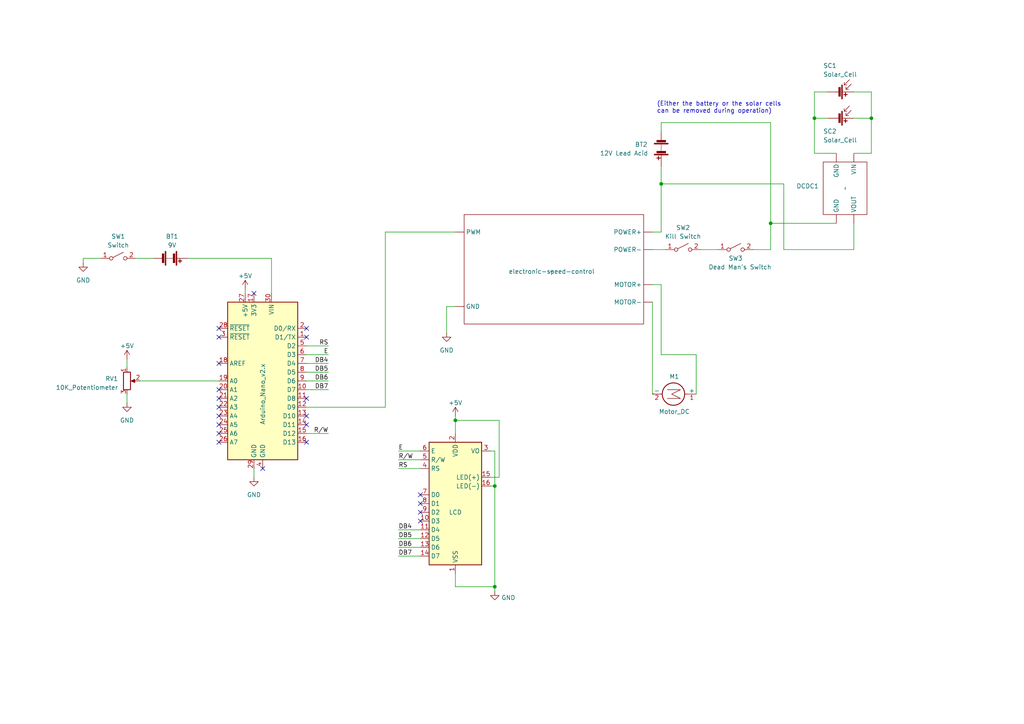
<source format=kicad_sch>
(kicad_sch (version 20230121) (generator eeschema)
  (paper "A4")
  (title_block (title "Solar Boat Electronics") (date "2023-04-01") (rev "5") (company "Created by Ethan Cheng") (comment 1 "or send a letter to Creative Commons, PO Box 1866, Mountain View, CA 94042, USA.") (comment 2 "http://creativecommons.org/licenses/by-sa/4.0/") (comment 3 "License. To view a copy of this license, visit ") (comment 4 "This work is licensed under the Creative Commons Attribution-ShareAlike 4.0 International"))
  (lib_symbols
    (symbol "Device:Battery" (pin_numbers hide) (pin_names (offset 0) hide)
      (property "Reference" "BT" (at 2.54 2.54 0))
      (property "Value" "Battery" (at 2.54 0 0))
      (symbol "Battery_0_1"
        (rectangle (start -2.032 -1.397) (end 2.032 -1.651) (fill (type outline)))
        (rectangle (start -2.032 1.778) (end 2.032 1.524) (fill (type outline)))
        (rectangle (start -1.3208 -1.9812) (end 1.27 -2.4892) (fill (type outline)))
        (rectangle (start -1.3208 1.1938) (end 1.27 0.6858) (fill (type outline)))
        (polyline (pts (xy 0 -1.524) (xy 0 -1.27)))
        (polyline (pts (xy 0 -1.016) (xy 0 -0.762)))
        (polyline (pts (xy 0 -0.508) (xy 0 -0.254)))
        (polyline (pts (xy 0 0) (xy 0 0.254)))
        (polyline (pts (xy 0 0.508) (xy 0 0.762)))
        (polyline (pts (xy 0 1.778) (xy 0 2.54)))
        (polyline (pts (xy 0.254 2.667) (xy 1.27 2.667)) (stroke (width 0.254)))
        (polyline (pts (xy 0.762 3.175) (xy 0.762 2.159)) (stroke (width 0.254)))
      )
      (symbol "Battery_1_1"
        (pin passive line (at 0 5.08 270) (length 2.54) (name "+") (number "1"))
        (pin passive line (at 0 -5.08 90) (length 2.54) (name "-") (number "2"))
      )
    )
    (symbol "Device:R_Potentiometer" (pin_names (offset 1.016) hide)
      (property "Reference" "RV" (at -4.445 0 90))
      (property "Value" "R_Potentiometer" (at -2.54 0 90))
      (symbol "R_Potentiometer_0_1"
        (polyline (pts (xy 2.54 0) (xy 1.524 0)))
        (polyline (pts (xy 1.143 0) (xy 2.286 0.508) (xy 2.286 -0.508) (xy 1.143 0)) (fill (type outline)))
        (rectangle (start 1.016 2.54) (end -1.016 -2.54) (stroke (width 0.254)))
      )
      (symbol "R_Potentiometer_1_1"
        (pin passive line (at 0 3.81 270) (length 1.27) (name "1") (number "1"))
        (pin passive line (at 3.81 0 180) (length 1.27) (name "2") (number "2"))
        (pin passive line (at 0 -3.81 90) (length 1.27) (name "3") (number "3"))
      )
    )
    (symbol "Device:Solar_Cell" (pin_numbers hide) (pin_names (offset 0) hide)
      (property "Reference" "SC" (at 2.54 2.54 0))
      (property "Value" "Solar_Cell" (at 2.54 0 0))
      (symbol "Solar_Cell_0_1"
        (rectangle (start -2.032 1.778) (end 2.032 1.524) (fill (type outline)))
        (rectangle (start -1.3208 1.1938) (end 1.27 0.6858) (fill (type outline)))
        (polyline (pts (xy -2.032 2.286) (xy -3.556 3.81)))
        (polyline (pts (xy -0.762 2.794) (xy -2.286 4.318)))
        (polyline (pts (xy 0 0.762) (xy 0 0)))
        (polyline (pts (xy 0 1.778) (xy 0 2.54)))
        (polyline (pts (xy 0.254 2.667) (xy 1.27 2.667)) (stroke (width 0.254)))
        (polyline (pts (xy 0.762 3.175) (xy 0.762 2.159)) (stroke (width 0.254)))
        (polyline (pts (xy -2.032 3.048) (xy -2.032 2.286) (xy -2.794 2.286)))
        (polyline (pts (xy -0.762 3.556) (xy -0.762 2.794) (xy -1.524 2.794)))
      )
      (symbol "Solar_Cell_1_1"
        (pin passive line (at 0 5.08 270) (length 2.54) (name "+") (number "1"))
        (pin passive line (at 0 -2.54 90) (length 2.54) (name "-") (number "2"))
      )
    )
    (symbol "Display_Character:WC1602A"
      (property "Reference" "DS" (at -5.842 19.05 0))
      (property "Value" "WC1602A" (at 5.334 19.05 0))
      (symbol "WC1602A_1_1"
        (rectangle (start -7.62 17.78) (end 7.62 -17.78) (stroke (width 0.254)) (fill (type background)))
        (pin power_in line (at 0 -20.32 90) (length 2.54) (name "VSS") (number "1"))
        (pin input line (at -10.16 -5.08 0) (length 2.54) (name "D3") (number "10"))
        (pin input line (at -10.16 -7.62 0) (length 2.54) (name "D4") (number "11"))
        (pin input line (at -10.16 -10.16 0) (length 2.54) (name "D5") (number "12"))
        (pin input line (at -10.16 -12.7 0) (length 2.54) (name "D6") (number "13"))
        (pin input line (at -10.16 -15.24 0) (length 2.54) (name "D7") (number "14"))
        (pin power_in line (at 10.16 7.62 180) (length 2.54) (name "LED(+)") (number "15"))
        (pin power_in line (at 10.16 5.08 180) (length 2.54) (name "LED(-)") (number "16"))
        (pin power_in line (at 0 20.32 270) (length 2.54) (name "VDD") (number "2"))
        (pin input line (at 10.16 15.24 180) (length 2.54) (name "VO") (number "3"))
        (pin input line (at -10.16 10.16 0) (length 2.54) (name "RS") (number "4"))
        (pin input line (at -10.16 12.7 0) (length 2.54) (name "R/W") (number "5"))
        (pin input line (at -10.16 15.24 0) (length 2.54) (name "E") (number "6"))
        (pin input line (at -10.16 2.54 0) (length 2.54) (name "D0") (number "7"))
        (pin input line (at -10.16 0 0) (length 2.54) (name "D1") (number "8"))
        (pin input line (at -10.16 -2.54 0) (length 2.54) (name "D2") (number "9"))
      )
    )
    (symbol "ESC:electronic-speed-control"
      (property "Reference" "electronic-speed-control" (at 0 0 0))
      (symbol "electronic-speed-control_0_1"
        (rectangle (start -25.4 16.51) (end 26.67 -15.24))
      )
      (symbol "electronic-speed-control_1_1"
        (pin input line (at -27.94 -10.16 0) (length 2.54) (name "GND") (number ""))
        (pin power_out line (at 29.21 -3.81 180) (length 2.54) (name "MOTOR+") (number ""))
        (pin power_out line (at 29.21 -8.89 180) (length 2.54) (name "MOTOR-") (number ""))
        (pin power_in line (at 29.21 11.43 180) (length 2.54) (name "POWER+") (number ""))
        (pin power_in line (at 29.21 6.35 180) (length 2.54) (name "POWER-") (number ""))
        (pin input line (at -27.94 11.43 0) (length 2.54) (name "PWM") (number ""))
      )
    )
    (symbol "ESC:step-down_converter"
      (property "Reference" "DCDC" (at 0 0 0))
      (symbol "step-down_converter_0_1"
        (rectangle (start -7.62 6.35) (end 7.62 -6.35))
      )
      (symbol "step-down_converter_1_1"
        (pin power_in line (at -10.16 -2.54 0) (length 2.54) (name "GND") (number ""))
        (pin power_out line (at 10.16 -2.54 180) (length 2.54) (name "GND") (number ""))
        (pin power_in line (at -10.16 2.54 0) (length 2.54) (name "VIN") (number ""))
        (pin power_out line (at 10.16 2.54 180) (length 2.54) (name "VOUT") (number ""))
      )
    )
    (symbol "MCU_Module:Arduino_Nano_v2.x"
      (property "Reference" "A" (at -10.16 23.495 0))
      (property "Value" "Arduino_Nano_v2.x" (at 5.08 -24.13 0))
      (symbol "Arduino_Nano_v2.x_0_1"
        (rectangle (start -10.16 22.86) (end 10.16 -22.86) (stroke (width 0.254)) (fill (type background)))
      )
      (symbol "Arduino_Nano_v2.x_1_1"
        (pin bidirectional line (at -12.7 12.7 0) (length 2.54) (name "D1/TX") (number "1"))
        (pin bidirectional line (at -12.7 -2.54 0) (length 2.54) (name "D7") (number "10"))
        (pin bidirectional line (at -12.7 -5.08 0) (length 2.54) (name "D8") (number "11"))
        (pin bidirectional line (at -12.7 -7.62 0) (length 2.54) (name "D9") (number "12"))
        (pin bidirectional line (at -12.7 -10.16 0) (length 2.54) (name "D10") (number "13"))
        (pin bidirectional line (at -12.7 -12.7 0) (length 2.54) (name "D11") (number "14"))
        (pin bidirectional line (at -12.7 -15.24 0) (length 2.54) (name "D12") (number "15"))
        (pin bidirectional line (at -12.7 -17.78 0) (length 2.54) (name "D13") (number "16"))
        (pin power_out line (at 2.54 25.4 270) (length 2.54) (name "3V3") (number "17"))
        (pin input line (at 12.7 5.08 180) (length 2.54) (name "AREF") (number "18"))
        (pin bidirectional line (at 12.7 0 180) (length 2.54) (name "A0") (number "19"))
        (pin bidirectional line (at -12.7 15.24 0) (length 2.54) (name "D0/RX") (number "2"))
        (pin bidirectional line (at 12.7 -2.54 180) (length 2.54) (name "A1") (number "20"))
        (pin bidirectional line (at 12.7 -5.08 180) (length 2.54) (name "A2") (number "21"))
        (pin bidirectional line (at 12.7 -7.62 180) (length 2.54) (name "A3") (number "22"))
        (pin bidirectional line (at 12.7 -10.16 180) (length 2.54) (name "A4") (number "23"))
        (pin bidirectional line (at 12.7 -12.7 180) (length 2.54) (name "A5") (number "24"))
        (pin bidirectional line (at 12.7 -15.24 180) (length 2.54) (name "A6") (number "25"))
        (pin bidirectional line (at 12.7 -17.78 180) (length 2.54) (name "A7") (number "26"))
        (pin power_out line (at 5.08 25.4 270) (length 2.54) (name "+5V") (number "27"))
        (pin input line (at 12.7 15.24 180) (length 2.54) (name "~{RESET}") (number "28"))
        (pin power_in line (at 2.54 -25.4 90) (length 2.54) (name "GND") (number "29"))
        (pin input line (at 12.7 12.7 180) (length 2.54) (name "~{RESET}") (number "3"))
        (pin power_in line (at -2.54 25.4 270) (length 2.54) (name "VIN") (number "30"))
        (pin power_in line (at 0 -25.4 90) (length 2.54) (name "GND") (number "4"))
        (pin bidirectional line (at -12.7 10.16 0) (length 2.54) (name "D2") (number "5"))
        (pin bidirectional line (at -12.7 7.62 0) (length 2.54) (name "D3") (number "6"))
        (pin bidirectional line (at -12.7 5.08 0) (length 2.54) (name "D4") (number "7"))
        (pin bidirectional line (at -12.7 2.54 0) (length 2.54) (name "D5") (number "8"))
        (pin bidirectional line (at -12.7 0 0) (length 2.54) (name "D6") (number "9"))
      )
    )
    (symbol "Motor:Motor_DC" (pin_names (offset 0))
      (property "Reference" "M" (at 2.54 2.54 0))
      (property "Value" "Motor_DC" (at 2.54 -5.08 0))
      (symbol "Motor_DC_0_0"
        (polyline (pts (xy -1.27 -3.302) (xy -1.27 0.508) (xy 0 -2.032) (xy 1.27 0.508) (xy 1.27 -3.302)))
      )
      (symbol "Motor_DC_0_1"
        (circle (center 0 -1.524) (radius 3.2512) (stroke (width 0.254)))
        (polyline (pts (xy 0 -7.62) (xy 0 -7.112)))
        (polyline (pts (xy 0 -4.7752) (xy 0 -5.1816)))
        (polyline (pts (xy 0 1.7272) (xy 0 2.0828)))
        (polyline (pts (xy 0 2.032) (xy 0 2.54)))
      )
      (symbol "Motor_DC_1_1"
        (pin passive line (at 0 5.08 270) (length 2.54) (name "+") (number "1"))
        (pin passive line (at 0 -7.62 90) (length 2.54) (name "-") (number "2"))
      )
    )
    (symbol "Switch:SW_SPST" (pin_names (offset 0) hide)
      (property "Reference" "SW" (at 0 3.175 0))
      (property "Value" "SW_SPST" (at 0 -2.54 0))
      (symbol "SW_SPST_0_0"
        (circle (center -2.032 0) (radius 0.508))
        (polyline (pts (xy -1.524 0.254) (xy 1.524 1.778)))
        (circle (center 2.032 0) (radius 0.508))
      )
      (symbol "SW_SPST_1_1"
        (pin passive line (at -5.08 0 0) (length 2.54) (name "A") (number "1"))
        (pin passive line (at 5.08 0 180) (length 2.54) (name "B") (number "2"))
      )
    )
    (symbol "power:+5V" (power) (pin_names (offset 0))
      (property "Value" "+5V" (at 0 3.556 0))
      (symbol "+5V_0_1"
        (polyline (pts (xy -0.762 1.27) (xy 0 2.54)))
        (polyline (pts (xy 0 0) (xy 0 2.54)))
        (polyline (pts (xy 0 2.54) (xy 0.762 1.27)))
      )
      (symbol "+5V_1_1"
        (pin power_in line (at 0 0 90) (length 0) hide (name "+5V") (number "1"))
      )
    )
    (symbol "power:GND" (power) (pin_names (offset 0))
      (property "Value" "GND" (at 0 -3.81 0))
      (symbol "GND_0_1"
        (polyline (pts (xy 0 0) (xy 0 -1.27) (xy 1.27 -1.27) (xy 0 -2.54) (xy -1.27 -1.27) (xy 0 -1.27)))
      )
      (symbol "GND_1_1"
        (pin power_in line (at 0 0 270) (length 0) hide (name "GND") (number "1"))
      )
    )
  )
  (junction (at 132.08 121.92))
  (junction (at 223.52 64.77))
  (junction (at 143.51 170.18))
  (junction (at 236.22 34.29))
  (junction (at 191.77 53.34))
  (junction (at 252.73 34.29))
  (junction (at 143.51 140.97))
  (no_connect (at 121.92 146.05))
  (no_connect (at 76.2 135.89))
  (no_connect (at 63.5 128.27))
  (no_connect (at 88.9 97.79))
  (no_connect (at 88.9 115.57))
  (no_connect (at 88.9 95.25))
  (no_connect (at 63.5 120.65))
  (no_connect (at 121.92 143.51))
  (no_connect (at 63.5 118.11))
  (no_connect (at 63.5 113.03))
  (no_connect (at 121.92 151.13))
  (no_connect (at 121.92 148.59))
  (no_connect (at 73.66 85.09))
  (no_connect (at 63.5 115.57))
  (no_connect (at 63.5 95.25))
  (no_connect (at 88.9 123.19))
  (no_connect (at 63.5 97.79))
  (no_connect (at 63.5 125.73))
  (no_connect (at 63.5 105.41))
  (no_connect (at 63.5 123.19))
  (no_connect (at 88.9 128.27))
  (no_connect (at 88.9 120.65))
  (wire (pts (xy 88.9 113.03) (xy 95.25 113.03)))
  (wire (pts (xy 142.24 140.97) (xy 143.51 140.97)))
  (wire (pts (xy 132.08 120.65) (xy 132.08 121.92)))
  (wire (pts (xy 88.9 110.49) (xy 95.25 110.49)))
  (wire (pts (xy 191.77 48.26) (xy 191.77 53.34)))
  (wire (pts (xy 88.9 102.87) (xy 95.25 102.87)))
  (wire (pts (xy 115.57 135.89) (xy 121.92 135.89)))
  (wire (pts (xy 88.9 100.33) (xy 95.25 100.33)))
  (wire (pts (xy 88.9 125.73) (xy 95.25 125.73)))
  (wire (pts (xy 201.93 102.87) (xy 201.93 114.3)))
  (wire (pts (xy 247.65 26.67) (xy 252.73 26.67)))
  (wire (pts (xy 227.33 72.39) (xy 227.33 53.34)))
  (wire (pts (xy 236.22 26.67) (xy 240.03 26.67)))
  (wire (pts (xy 111.76 67.31) (xy 132.08 67.31)))
  (wire (pts (xy 247.65 64.77) (xy 247.65 72.39)))
  (wire (pts (xy 223.52 64.77) (xy 242.57 64.77)))
  (wire (pts (xy 189.23 72.39) (xy 193.04 72.39)))
  (wire (pts (xy 88.9 118.11) (xy 111.76 118.11)))
  (wire (pts (xy 252.73 44.45) (xy 252.73 34.29)))
  (wire (pts (xy 191.77 35.56) (xy 191.77 38.1)))
  (wire (pts (xy 223.52 35.56) (xy 191.77 35.56)))
  (wire (pts (xy 132.08 88.9) (xy 129.54 88.9)))
  (wire (pts (xy 115.57 161.29) (xy 121.92 161.29)))
  (wire (pts (xy 236.22 44.45) (xy 236.22 34.29)))
  (wire (pts (xy 88.9 105.41) (xy 95.25 105.41)))
  (wire (pts (xy 115.57 156.21) (xy 121.92 156.21)))
  (wire (pts (xy 189.23 114.3) (xy 189.23 87.63)))
  (wire (pts (xy 247.65 72.39) (xy 227.33 72.39)))
  (wire (pts (xy 191.77 102.87) (xy 201.93 102.87)))
  (wire (pts (xy 191.77 53.34) (xy 191.77 67.31)))
  (wire (pts (xy 189.23 82.55) (xy 191.77 82.55)))
  (wire (pts (xy 88.9 107.95) (xy 95.25 107.95)))
  (wire (pts (xy 73.66 138.43) (xy 73.66 135.89)))
  (wire (pts (xy 252.73 34.29) (xy 247.65 34.29)))
  (wire (pts (xy 36.83 104.14) (xy 36.83 106.68)))
  (wire (pts (xy 218.44 72.39) (xy 223.52 72.39)))
  (wire (pts (xy 143.51 140.97) (xy 143.51 170.18)))
  (wire (pts (xy 191.77 67.31) (xy 189.23 67.31)))
  (wire (pts (xy 24.13 74.93) (xy 29.21 74.93)))
  (wire (pts (xy 247.65 44.45) (xy 252.73 44.45)))
  (wire (pts (xy 144.78 138.43) (xy 142.24 138.43)))
  (wire (pts (xy 115.57 153.67) (xy 121.92 153.67)))
  (wire (pts (xy 223.52 64.77) (xy 223.52 35.56)))
  (wire (pts (xy 242.57 44.45) (xy 236.22 44.45)))
  (wire (pts (xy 142.24 130.81) (xy 143.51 130.81)))
  (wire (pts (xy 252.73 26.67) (xy 252.73 34.29)))
  (wire (pts (xy 54.61 74.93) (xy 78.74 74.93)))
  (wire (pts (xy 78.74 74.93) (xy 78.74 85.09)))
  (wire (pts (xy 223.52 64.77) (xy 223.52 72.39)))
  (wire (pts (xy 129.54 88.9) (xy 129.54 96.52)))
  (wire (pts (xy 24.13 74.93) (xy 24.13 76.2)))
  (wire (pts (xy 36.83 114.3) (xy 36.83 116.84)))
  (wire (pts (xy 132.08 170.18) (xy 143.51 170.18)))
  (wire (pts (xy 115.57 133.35) (xy 121.92 133.35)))
  (wire (pts (xy 132.08 166.37) (xy 132.08 170.18)))
  (wire (pts (xy 191.77 53.34) (xy 227.33 53.34)))
  (wire (pts (xy 236.22 34.29) (xy 240.03 34.29)))
  (wire (pts (xy 143.51 130.81) (xy 143.51 140.97)))
  (wire (pts (xy 115.57 130.81) (xy 121.92 130.81)))
  (wire (pts (xy 203.2 72.39) (xy 208.28 72.39)))
  (wire (pts (xy 132.08 121.92) (xy 144.78 121.92)))
  (wire (pts (xy 144.78 121.92) (xy 144.78 138.43)))
  (wire (pts (xy 191.77 82.55) (xy 191.77 102.87)))
  (wire (pts (xy 236.22 26.67) (xy 236.22 34.29)))
  (wire (pts (xy 111.76 67.31) (xy 111.76 118.11)))
  (wire (pts (xy 71.12 83.82) (xy 71.12 85.09)))
  (wire (pts (xy 132.08 125.73) (xy 132.08 121.92)))
  (wire (pts (xy 143.51 170.18) (xy 143.51 171.45)))
  (wire (pts (xy 115.57 158.75) (xy 121.92 158.75)))
  (wire (pts (xy 40.64 110.49) (xy 63.5 110.49)))
  (wire (pts (xy 39.37 74.93) (xy 44.45 74.93)))
  (text "(Either the battery or the solar cells\ncan be removed during operation)" (at 190.5 33.02 0) (effects (font (size 1.27 1.27)) (justify left bottom)))
  (label "DB6" (at 95.25 110.49 180))
  (label "DB4" (at 95.25 105.41 180))
  (label "DB4" (at 115.57 153.67 0))
  (label "RS" (at 95.25 100.33 180))
  (label "DB5" (at 95.25 107.95 180))
  (label "R{slash}W" (at 95.25 125.73 180))
  (label "DB7" (at 95.25 113.03 180))
  (label "DB6" (at 115.57 158.75 0))
  (label "DB5" (at 115.57 156.21 0))
  (label "RS" (at 115.57 135.89 0))
  (label "E" (at 115.57 130.81 0))
  (label "R{slash}W" (at 115.57 133.35 0))
  (label "DB7" (at 115.57 161.29 0))
  (label "E" (at 95.25 102.87 180))
  (symbol (lib_id "Device:R_Potentiometer") (at 36.83 110.49 0) (unit 1)
    (property "Reference" "RV1" (at 34.29 109.855 0) (effects (justify right)))
    (property "Value" "10K_Potentiometer" (at 34.29 112.395 0) (effects (justify right)))
  )
  (symbol (lib_id "MCU_Module:Arduino_Nano_v2.x") (at 76.2 110.49 0) (mirror y) (unit 1)
    (property "Reference" "A2" (effects hide))
    (property "Value" "Arduino_Nano_v2.x" (at 76.2 114.3 90))
    (property "Footprint" "Module:Arduino_Nano_WithMountingHoles" (effects hide))
    (property "Datasheet" "https://www.arduino.cc/en/uploads/Main/ArduinoNanoManual23.pdf" (effects hide))
  )
  (symbol (lib_id "power:GND") (at 129.54 96.52 0) (unit 1)
    (property "Reference" "#PWR08" (effects hide))
    (property "Value" "GND" (at 129.54 101.6 0))
  )
  (symbol (lib_id "Device:Solar_Cell") (at 242.57 26.67 270) (unit 1)
    (property "Reference" "SC1" (at 238.76 19.05 90) (effects (justify left)))
    (property "Value" "Solar_Cell" (at 238.76 21.59 90) (effects (justify left)))
  )
  (symbol (lib_id "Device:Battery") (at 191.77 43.18 180) (unit 1)
    (property "Reference" "BT2" (at 184.15 41.91 0) (effects (justify right)))
    (property "Value" "12V Lead Acid" (at 173.99 44.45 0) (effects (justify right)))
  )
  (symbol (lib_id "Display_Character:WC1602A") (at 132.08 146.05 0) (unit 1)
    (property "Reference" "DS2" (effects hide))
    (property "Value" "LCD" (at 132.08 148.59 0))
    (property "Footprint" "Display:WC1602A" (effects hide))
    (property "Datasheet" "http://www.wincomlcd.com/pdf/WC1602A-SFYLYHTC06.pdf" (effects hide))
  )
  (symbol (lib_id "Device:Battery") (at 49.53 74.93 270) (unit 1)
    (property "Reference" "BT1" (at 49.911 68.58 90))
    (property "Value" "9V" (at 49.911 71.12 90))
  )
  (symbol (lib_id "power:GND") (at 73.66 138.43 0) (unit 1)
    (property "Reference" "#PWR04" (effects hide))
    (property "Value" "GND" (at 73.66 143.51 0))
  )
  (symbol (lib_id "Device:Solar_Cell") (at 242.57 34.29 270) (unit 1)
    (property "Reference" "SC2" (at 238.76 38.1 90) (effects (justify left)))
    (property "Value" "Solar_Cell" (at 238.76 40.64 90) (effects (justify left)))
  )
  (symbol (lib_id "power:+5V") (at 36.83 104.14 0) (unit 1)
    (property "Reference" "#PWR01" (effects hide))
    (property "Value" "+5V" (at 36.83 100.33 0))
  )
  (symbol (lib_id "Switch:SW_SPST") (at 198.12 72.39 0) (unit 1)
    (property "Reference" "SW2" (at 198.12 66.04 0))
    (property "Value" "Kill Switch" (at 198.12 68.58 0))
  )
  (symbol (lib_id "Switch:SW_SPST") (at 213.36 72.39 0) (unit 1)
    (property "Reference" "SW3" (at 213.36 74.93 0))
    (property "Value" "Dead Man's Switch" (at 214.63 77.47 0))
  )
  (symbol (lib_id "ESC:step-down_converter") (at 245.11 54.61 270) (unit 1)
    (property "Reference" "DCDC1" (at 237.49 53.975 90) (effects (justify right)))
    (property "Value" "~" (at 245.11 54.61 0))
  )
  (symbol (lib_id "power:GND") (at 24.13 76.2 0) (unit 1)
    (property "Reference" "#PWR03" (effects hide))
    (property "Value" "GND" (at 24.13 81.28 0))
  )
  (symbol (lib_id "power:GND") (at 143.51 171.45 0) (mirror y) (unit 1)
    (property "Reference" "#PWR06" (effects hide))
    (property "Value" "GND" (at 145.415 173.355 0) (effects (justify right)))
  )
  (symbol (lib_id "ESC:electronic-speed-control") (at 160.02 78.74 0) (unit 1)
    (property "Reference" "electronic-speed-control" (at 160.02 78.74 0))
    (property "Value" "~" (at 160.02 78.74 0))
  )
  (symbol (lib_id "Switch:SW_SPST") (at 34.29 74.93 0) (unit 1)
    (property "Reference" "SW1" (at 34.29 68.58 0))
    (property "Value" "Switch" (at 34.29 71.12 0))
  )
  (symbol (lib_id "power:GND") (at 36.83 116.84 0) (unit 1)
    (property "Reference" "#PWR02" (effects hide))
    (property "Value" "GND" (at 36.83 121.92 0))
  )
  (symbol (lib_id "Motor:Motor_DC") (at 196.85 114.3 270) (unit 1)
    (property "Reference" "M1" (at 195.58 109.22 90))
    (property "Value" "Motor_DC" (at 195.58 119.38 90))
  )
  (symbol (lib_id "power:+5V") (at 132.08 120.65 0) (unit 1)
    (property "Reference" "#PWR07" (effects hide))
    (property "Value" "+5V" (at 132.08 116.84 0))
  )
  (symbol (lib_id "power:+5V") (at 71.12 83.82 0) (unit 1)
    (property "Reference" "#PWR05" (effects hide))
    (property "Value" "+5V" (at 71.12 80.01 0))
  )
)
</source>
